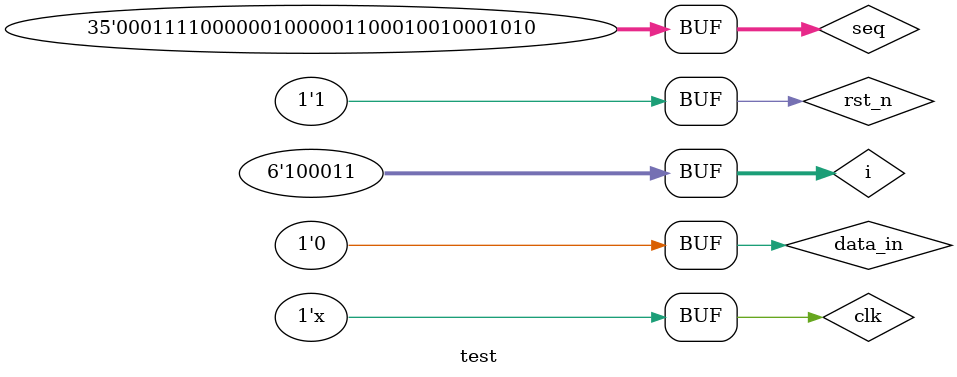
<source format=v>
/************************************************************
//VLSI_Final_LAB
//Function:(7,4) Cyclic code codec
//g(x)=1+x+x^3
//Version:1.0
//module:test
*************************************************************/

`timescale 1ns/1ns
module test();
    reg clk;
    reg rst_n;
    reg data_in;
    wire data_out;
    reg [34:0] seq = 35'b0001111_0000001_0000011_0001001_0001010;
    reg [5:0] i;

    Encoder1 test(
        .clk(clk),
        .rst_n(rst_n),
        .data_in(data_in),
        .data_out(data_out)
    );

    initial begin
        #5 clk = 1'd1;
        #1 rst_n =1'd1;
        #4 rst_n = 1'd0;
        #10 rst_n = 1'd1;
        data_in = seq[0];
        for(i=1;i<35;i=i+1) begin
            #10 data_in = seq[i];
        end
    end
    always #5 clk = ~clk;

endmodule

</source>
